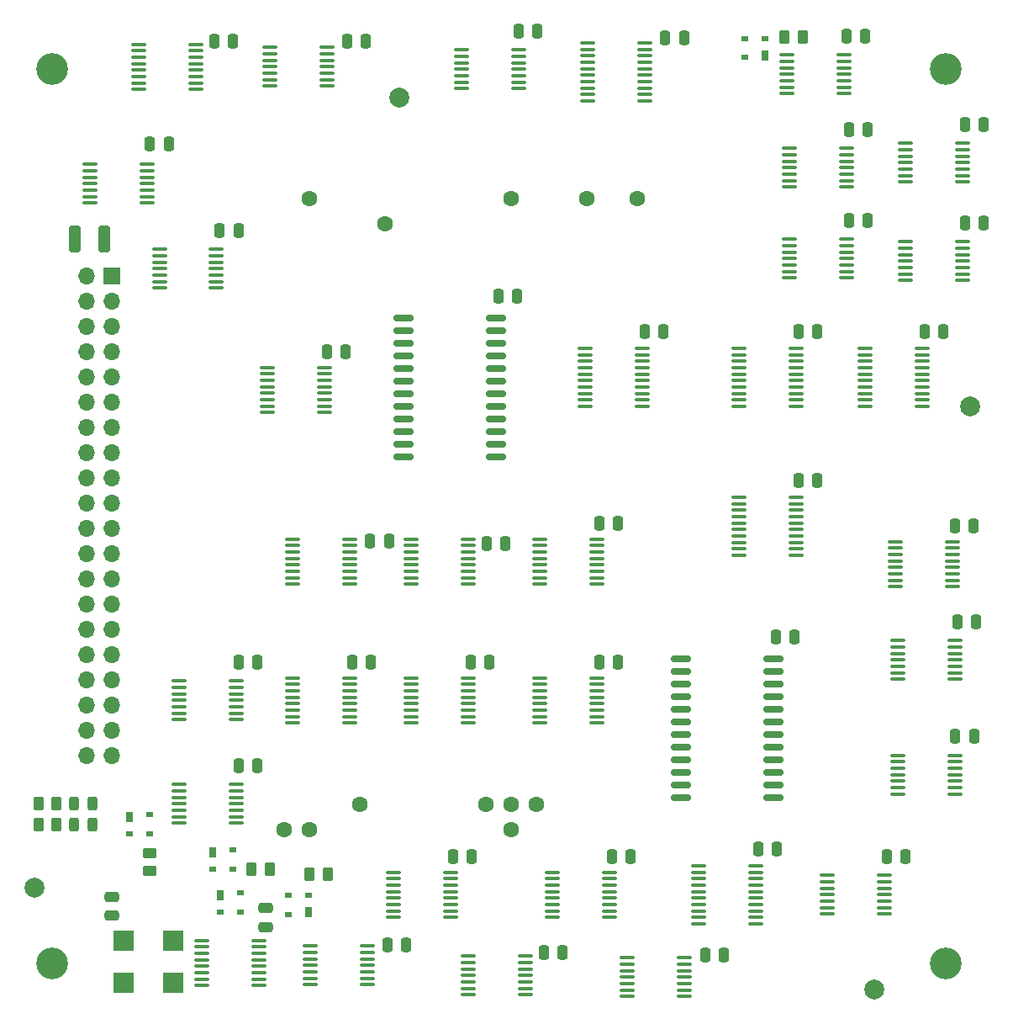
<source format=gbr>
%TF.GenerationSoftware,KiCad,Pcbnew,7.0.8*%
%TF.CreationDate,2023-11-02T18:43:55+01:00*%
%TF.ProjectId,eth,6574682e-6b69-4636-9164-5f7063625858,1*%
%TF.SameCoordinates,PX5f5e100PY7bfa480*%
%TF.FileFunction,Soldermask,Top*%
%TF.FilePolarity,Negative*%
%FSLAX46Y46*%
G04 Gerber Fmt 4.6, Leading zero omitted, Abs format (unit mm)*
G04 Created by KiCad (PCBNEW 7.0.8) date 2023-11-02 18:43:55*
%MOMM*%
%LPD*%
G01*
G04 APERTURE LIST*
G04 Aperture macros list*
%AMRoundRect*
0 Rectangle with rounded corners*
0 $1 Rounding radius*
0 $2 $3 $4 $5 $6 $7 $8 $9 X,Y pos of 4 corners*
0 Add a 4 corners polygon primitive as box body*
4,1,4,$2,$3,$4,$5,$6,$7,$8,$9,$2,$3,0*
0 Add four circle primitives for the rounded corners*
1,1,$1+$1,$2,$3*
1,1,$1+$1,$4,$5*
1,1,$1+$1,$6,$7*
1,1,$1+$1,$8,$9*
0 Add four rect primitives between the rounded corners*
20,1,$1+$1,$2,$3,$4,$5,0*
20,1,$1+$1,$4,$5,$6,$7,0*
20,1,$1+$1,$6,$7,$8,$9,0*
20,1,$1+$1,$8,$9,$2,$3,0*%
G04 Aperture macros list end*
%ADD10C,2.000000*%
%ADD11RoundRect,0.100000X-0.637500X-0.100000X0.637500X-0.100000X0.637500X0.100000X-0.637500X0.100000X0*%
%ADD12R,0.700000X1.000000*%
%ADD13R,0.700000X0.600000*%
%ADD14RoundRect,0.250000X-0.250000X-0.475000X0.250000X-0.475000X0.250000X0.475000X-0.250000X0.475000X0*%
%ADD15RoundRect,0.250000X-0.262500X-0.450000X0.262500X-0.450000X0.262500X0.450000X-0.262500X0.450000X0*%
%ADD16RoundRect,0.250000X0.450000X-0.262500X0.450000X0.262500X-0.450000X0.262500X-0.450000X-0.262500X0*%
%ADD17RoundRect,0.250000X0.325000X1.100000X-0.325000X1.100000X-0.325000X-1.100000X0.325000X-1.100000X0*%
%ADD18RoundRect,0.250000X0.475000X-0.250000X0.475000X0.250000X-0.475000X0.250000X-0.475000X-0.250000X0*%
%ADD19RoundRect,0.150000X-0.875000X-0.150000X0.875000X-0.150000X0.875000X0.150000X-0.875000X0.150000X0*%
%ADD20C,3.200000*%
%ADD21RoundRect,0.250000X0.262500X0.450000X-0.262500X0.450000X-0.262500X-0.450000X0.262500X-0.450000X0*%
%ADD22R,2.000000X2.000000*%
%ADD23RoundRect,0.243750X0.243750X0.456250X-0.243750X0.456250X-0.243750X-0.456250X0.243750X-0.456250X0*%
%ADD24C,1.600000*%
%ADD25R,1.700000X1.700000*%
%ADD26O,1.700000X1.700000*%
G04 APERTURE END LIST*
D10*
%TO.C,TP4*%
X87756800Y2339600D03*
%TD*%
%TO.C,TP3*%
X97408800Y61064400D03*
%TD*%
%TO.C,TP2*%
X39954000Y92103200D03*
%TD*%
%TO.C,TP1*%
X3174800Y12601200D03*
%TD*%
D11*
%TO.C,U12*%
X20073500Y7307000D03*
X20073500Y6657000D03*
X20073500Y6007000D03*
X20073500Y5357000D03*
X20073500Y4707000D03*
X20073500Y4057000D03*
X20073500Y3407000D03*
X20073500Y2757000D03*
X25798500Y2757000D03*
X25798500Y3407000D03*
X25798500Y4057000D03*
X25798500Y4707000D03*
X25798500Y5357000D03*
X25798500Y6007000D03*
X25798500Y6657000D03*
X25798500Y7307000D03*
%TD*%
D12*
%TO.C,D4*%
X21936000Y11878000D03*
D13*
X21936000Y10178000D03*
X23936000Y10178000D03*
X23936000Y12078000D03*
%TD*%
D12*
%TO.C,D3*%
X30794000Y10124000D03*
D13*
X30794000Y11824000D03*
X28794000Y11824000D03*
X28794000Y9924000D03*
%TD*%
D11*
%TO.C,U8*%
X46929000Y5712000D03*
X46929000Y5062000D03*
X46929000Y4412000D03*
X46929000Y3762000D03*
X46929000Y3112000D03*
X46929000Y2462000D03*
X46929000Y1812000D03*
X52654000Y1812000D03*
X52654000Y2462000D03*
X52654000Y3112000D03*
X52654000Y3762000D03*
X52654000Y4412000D03*
X52654000Y5062000D03*
X52654000Y5712000D03*
%TD*%
%TO.C,U3*%
X36720500Y6728000D03*
X36720500Y6078000D03*
X36720500Y5428000D03*
X36720500Y4778000D03*
X36720500Y4128000D03*
X36720500Y3478000D03*
X36720500Y2828000D03*
X30995500Y2828000D03*
X30995500Y3478000D03*
X30995500Y4128000D03*
X30995500Y4778000D03*
X30995500Y5428000D03*
X30995500Y6078000D03*
X30995500Y6728000D03*
%TD*%
%TO.C,U15*%
X29217500Y33723000D03*
X29217500Y33073000D03*
X29217500Y32423000D03*
X29217500Y31773000D03*
X29217500Y31123000D03*
X29217500Y30473000D03*
X29217500Y29823000D03*
X29217500Y29173000D03*
X34942500Y29173000D03*
X34942500Y29823000D03*
X34942500Y30473000D03*
X34942500Y31123000D03*
X34942500Y31773000D03*
X34942500Y32423000D03*
X34942500Y33073000D03*
X34942500Y33723000D03*
%TD*%
%TO.C,U29*%
X26931500Y97152000D03*
X26931500Y96502000D03*
X26931500Y95852000D03*
X26931500Y95202000D03*
X26931500Y94552000D03*
X26931500Y93902000D03*
X26931500Y93252000D03*
X32656500Y93252000D03*
X32656500Y93902000D03*
X32656500Y94552000D03*
X32656500Y95202000D03*
X32656500Y95852000D03*
X32656500Y96502000D03*
X32656500Y97152000D03*
%TD*%
D14*
%TO.C,C26*%
X95900000Y48974000D03*
X97800000Y48974000D03*
%TD*%
D15*
%TO.C,R3*%
X30913500Y13922000D03*
X32738500Y13922000D03*
%TD*%
D16*
%TO.C,R1*%
X14808000Y14279500D03*
X14808000Y16104500D03*
%TD*%
D14*
%TO.C,C8*%
X96916000Y89360000D03*
X98816000Y89360000D03*
%TD*%
%TO.C,C23*%
X47132000Y35258000D03*
X49032000Y35258000D03*
%TD*%
%TO.C,C2*%
X21325600Y97792800D03*
X23225600Y97792800D03*
%TD*%
D11*
%TO.C,U13*%
X29217500Y47693000D03*
X29217500Y47043000D03*
X29217500Y46393000D03*
X29217500Y45743000D03*
X29217500Y45093000D03*
X29217500Y44443000D03*
X29217500Y43793000D03*
X29217500Y43143000D03*
X34942500Y43143000D03*
X34942500Y43793000D03*
X34942500Y44443000D03*
X34942500Y45093000D03*
X34942500Y45743000D03*
X34942500Y46393000D03*
X34942500Y47043000D03*
X34942500Y47693000D03*
%TD*%
D17*
%TO.C,C1*%
X10237800Y77879200D03*
X7287800Y77879200D03*
%TD*%
D11*
%TO.C,U30*%
X13723500Y97477000D03*
X13723500Y96827000D03*
X13723500Y96177000D03*
X13723500Y95527000D03*
X13723500Y94877000D03*
X13723500Y94227000D03*
X13723500Y93577000D03*
X13723500Y92927000D03*
X19448500Y92927000D03*
X19448500Y93577000D03*
X19448500Y94227000D03*
X19448500Y94877000D03*
X19448500Y95527000D03*
X19448500Y96177000D03*
X19448500Y96827000D03*
X19448500Y97477000D03*
%TD*%
D14*
%TO.C,C5*%
X66740800Y98148400D03*
X68640800Y98148400D03*
%TD*%
D11*
%TO.C,U21*%
X58935500Y97619000D03*
X58935500Y96969000D03*
X58935500Y96319000D03*
X58935500Y95669000D03*
X58935500Y95019000D03*
X58935500Y94369000D03*
X58935500Y93719000D03*
X58935500Y93069000D03*
X58935500Y92419000D03*
X58935500Y91769000D03*
X64660500Y91769000D03*
X64660500Y92419000D03*
X64660500Y93069000D03*
X64660500Y93719000D03*
X64660500Y94369000D03*
X64660500Y95019000D03*
X64660500Y95669000D03*
X64660500Y96319000D03*
X64660500Y96969000D03*
X64660500Y97619000D03*
%TD*%
D14*
%TO.C,C17*%
X80152000Y53546000D03*
X82052000Y53546000D03*
%TD*%
%TO.C,C16*%
X92852000Y68532000D03*
X94752000Y68532000D03*
%TD*%
%TO.C,C35*%
X38750000Y6810000D03*
X40650000Y6810000D03*
%TD*%
%TO.C,C18*%
X60086000Y49228000D03*
X61986000Y49228000D03*
%TD*%
D11*
%TO.C,U18*%
X54109500Y47693000D03*
X54109500Y47043000D03*
X54109500Y46393000D03*
X54109500Y45743000D03*
X54109500Y45093000D03*
X54109500Y44443000D03*
X54109500Y43793000D03*
X54109500Y43143000D03*
X59834500Y43143000D03*
X59834500Y43793000D03*
X59834500Y44443000D03*
X59834500Y45093000D03*
X59834500Y45743000D03*
X59834500Y46393000D03*
X59834500Y47043000D03*
X59834500Y47693000D03*
%TD*%
D14*
%TO.C,C7*%
X85232000Y88852000D03*
X87132000Y88852000D03*
%TD*%
D11*
%TO.C,U4*%
X89923500Y47439000D03*
X89923500Y46789000D03*
X89923500Y46139000D03*
X89923500Y45489000D03*
X89923500Y44839000D03*
X89923500Y44189000D03*
X89923500Y43539000D03*
X89923500Y42889000D03*
X95648500Y42889000D03*
X95648500Y43539000D03*
X95648500Y44189000D03*
X95648500Y44839000D03*
X95648500Y45489000D03*
X95648500Y46139000D03*
X95648500Y46789000D03*
X95648500Y47439000D03*
%TD*%
%TO.C,U28*%
X55379500Y14165000D03*
X55379500Y13515000D03*
X55379500Y12865000D03*
X55379500Y12215000D03*
X55379500Y11565000D03*
X55379500Y10915000D03*
X55379500Y10265000D03*
X55379500Y9615000D03*
X61104500Y9615000D03*
X61104500Y10265000D03*
X61104500Y10915000D03*
X61104500Y11565000D03*
X61104500Y12215000D03*
X61104500Y12865000D03*
X61104500Y13515000D03*
X61104500Y14165000D03*
%TD*%
%TO.C,U11*%
X62931000Y5540000D03*
X62931000Y4890000D03*
X62931000Y4240000D03*
X62931000Y3590000D03*
X62931000Y2940000D03*
X62931000Y2290000D03*
X62931000Y1640000D03*
X68656000Y1640000D03*
X68656000Y2290000D03*
X68656000Y2940000D03*
X68656000Y3590000D03*
X68656000Y4240000D03*
X68656000Y4890000D03*
X68656000Y5540000D03*
%TD*%
%TO.C,U37*%
X14554000Y85386000D03*
X14554000Y84736000D03*
X14554000Y84086000D03*
X14554000Y83436000D03*
X14554000Y82786000D03*
X14554000Y82136000D03*
X14554000Y81486000D03*
X8829000Y81486000D03*
X8829000Y82136000D03*
X8829000Y82786000D03*
X8829000Y83436000D03*
X8829000Y84086000D03*
X8829000Y84736000D03*
X8829000Y85386000D03*
%TD*%
D14*
%TO.C,C33*%
X54498000Y6048000D03*
X56398000Y6048000D03*
%TD*%
D11*
%TO.C,U2*%
X17787500Y33398000D03*
X17787500Y32748000D03*
X17787500Y32098000D03*
X17787500Y31448000D03*
X17787500Y30798000D03*
X17787500Y30148000D03*
X17787500Y29498000D03*
X23512500Y29498000D03*
X23512500Y30148000D03*
X23512500Y30798000D03*
X23512500Y31448000D03*
X23512500Y32098000D03*
X23512500Y32748000D03*
X23512500Y33398000D03*
%TD*%
D14*
%TO.C,C22*%
X35194000Y35258000D03*
X37094000Y35258000D03*
%TD*%
%TO.C,C21*%
X23764000Y35258000D03*
X25664000Y35258000D03*
%TD*%
D11*
%TO.C,U26*%
X74175500Y66885000D03*
X74175500Y66235000D03*
X74175500Y65585000D03*
X74175500Y64935000D03*
X74175500Y64285000D03*
X74175500Y63635000D03*
X74175500Y62985000D03*
X74175500Y62335000D03*
X74175500Y61685000D03*
X74175500Y61035000D03*
X79900500Y61035000D03*
X79900500Y61685000D03*
X79900500Y62335000D03*
X79900500Y62985000D03*
X79900500Y63635000D03*
X79900500Y64285000D03*
X79900500Y64935000D03*
X79900500Y65585000D03*
X79900500Y66235000D03*
X79900500Y66885000D03*
%TD*%
%TO.C,U23*%
X74175500Y51899000D03*
X74175500Y51249000D03*
X74175500Y50599000D03*
X74175500Y49949000D03*
X74175500Y49299000D03*
X74175500Y48649000D03*
X74175500Y47999000D03*
X74175500Y47349000D03*
X74175500Y46699000D03*
X74175500Y46049000D03*
X79900500Y46049000D03*
X79900500Y46699000D03*
X79900500Y47349000D03*
X79900500Y47999000D03*
X79900500Y48649000D03*
X79900500Y49299000D03*
X79900500Y49949000D03*
X79900500Y50599000D03*
X79900500Y51249000D03*
X79900500Y51899000D03*
%TD*%
D14*
%TO.C,C30*%
X76088000Y16462000D03*
X77988000Y16462000D03*
%TD*%
%TO.C,C31*%
X70754000Y5794000D03*
X72654000Y5794000D03*
%TD*%
%TO.C,C29*%
X89042000Y15700000D03*
X90942000Y15700000D03*
%TD*%
%TO.C,C4*%
X51958000Y98758000D03*
X53858000Y98758000D03*
%TD*%
D11*
%TO.C,U6*%
X15806300Y76832000D03*
X15806300Y76182000D03*
X15806300Y75532000D03*
X15806300Y74882000D03*
X15806300Y74232000D03*
X15806300Y73582000D03*
X15806300Y72932000D03*
X21531300Y72932000D03*
X21531300Y73582000D03*
X21531300Y74232000D03*
X21531300Y74882000D03*
X21531300Y75532000D03*
X21531300Y76182000D03*
X21531300Y76832000D03*
%TD*%
%TO.C,U33*%
X79255500Y86992000D03*
X79255500Y86342000D03*
X79255500Y85692000D03*
X79255500Y85042000D03*
X79255500Y84392000D03*
X79255500Y83742000D03*
X79255500Y83092000D03*
X84980500Y83092000D03*
X84980500Y83742000D03*
X84980500Y84392000D03*
X84980500Y85042000D03*
X84980500Y85692000D03*
X84980500Y86342000D03*
X84980500Y86992000D03*
%TD*%
D18*
%TO.C,C38*%
X10998000Y9771600D03*
X10998000Y11671600D03*
%TD*%
D11*
%TO.C,U5*%
X90177500Y25930400D03*
X90177500Y25280400D03*
X90177500Y24630400D03*
X90177500Y23980400D03*
X90177500Y23330400D03*
X90177500Y22680400D03*
X90177500Y22030400D03*
X95902500Y22030400D03*
X95902500Y22680400D03*
X95902500Y23330400D03*
X95902500Y23980400D03*
X95902500Y24630400D03*
X95902500Y25280400D03*
X95902500Y25930400D03*
%TD*%
D19*
%TO.C,U22*%
X68324000Y35639000D03*
X68324000Y34369000D03*
X68324000Y33099000D03*
X68324000Y31829000D03*
X68324000Y30559000D03*
X68324000Y29289000D03*
X68324000Y28019000D03*
X68324000Y26749000D03*
X68324000Y25479000D03*
X68324000Y24209000D03*
X68324000Y22939000D03*
X68324000Y21669000D03*
X77624000Y21669000D03*
X77624000Y22939000D03*
X77624000Y24209000D03*
X77624000Y25479000D03*
X77624000Y26749000D03*
X77624000Y28019000D03*
X77624000Y29289000D03*
X77624000Y30559000D03*
X77624000Y31829000D03*
X77624000Y33099000D03*
X77624000Y34369000D03*
X77624000Y35639000D03*
%TD*%
D14*
%TO.C,C24*%
X60086000Y35258000D03*
X61986000Y35258000D03*
%TD*%
D11*
%TO.C,U17*%
X41155500Y33723000D03*
X41155500Y33073000D03*
X41155500Y32423000D03*
X41155500Y31773000D03*
X41155500Y31123000D03*
X41155500Y30473000D03*
X41155500Y29823000D03*
X41155500Y29173000D03*
X46880500Y29173000D03*
X46880500Y29823000D03*
X46880500Y30473000D03*
X46880500Y31123000D03*
X46880500Y31773000D03*
X46880500Y32423000D03*
X46880500Y33073000D03*
X46880500Y33723000D03*
%TD*%
D14*
%TO.C,C36*%
X23764000Y24844000D03*
X25664000Y24844000D03*
%TD*%
%TO.C,C6*%
X84978000Y98250000D03*
X86878000Y98250000D03*
%TD*%
%TO.C,C25*%
X77866000Y37798000D03*
X79766000Y37798000D03*
%TD*%
D11*
%TO.C,U19*%
X54109500Y33723000D03*
X54109500Y33073000D03*
X54109500Y32423000D03*
X54109500Y31773000D03*
X54109500Y31123000D03*
X54109500Y30473000D03*
X54109500Y29823000D03*
X54109500Y29173000D03*
X59834500Y29173000D03*
X59834500Y29823000D03*
X59834500Y30473000D03*
X59834500Y31123000D03*
X59834500Y31773000D03*
X59834500Y32423000D03*
X59834500Y33073000D03*
X59834500Y33723000D03*
%TD*%
D14*
%TO.C,C19*%
X48757600Y47246800D03*
X50657600Y47246800D03*
%TD*%
D18*
%TO.C,C37*%
X26492000Y8654000D03*
X26492000Y10554000D03*
%TD*%
D11*
%TO.C,U1*%
X17787500Y22984000D03*
X17787500Y22334000D03*
X17787500Y21684000D03*
X17787500Y21034000D03*
X17787500Y20384000D03*
X17787500Y19734000D03*
X17787500Y19084000D03*
X23512500Y19084000D03*
X23512500Y19734000D03*
X23512500Y20384000D03*
X23512500Y21034000D03*
X23512500Y21684000D03*
X23512500Y22334000D03*
X23512500Y22984000D03*
%TD*%
D14*
%TO.C,C20*%
X37022800Y47500800D03*
X38922800Y47500800D03*
%TD*%
D20*
%TO.C,H1*%
X5000000Y95000000D03*
%TD*%
D14*
%TO.C,C11*%
X95950800Y27841200D03*
X97850800Y27841200D03*
%TD*%
D21*
%TO.C,R5*%
X5458900Y21084800D03*
X3633900Y21084800D03*
%TD*%
D12*
%TO.C,D2*%
X21174000Y16196000D03*
D13*
X21174000Y14496000D03*
X23174000Y14496000D03*
X23174000Y16396000D03*
%TD*%
D22*
%TO.C,X1*%
X12206400Y3033600D03*
X17206400Y3033600D03*
X17206400Y7233600D03*
X12206400Y7233600D03*
%TD*%
D12*
%TO.C,D1*%
X12792000Y19752000D03*
D13*
X12792000Y18052000D03*
X14792000Y18052000D03*
X14792000Y19952000D03*
%TD*%
D11*
%TO.C,U16*%
X41155500Y47693000D03*
X41155500Y47043000D03*
X41155500Y46393000D03*
X41155500Y45743000D03*
X41155500Y45093000D03*
X41155500Y44443000D03*
X41155500Y43793000D03*
X41155500Y43143000D03*
X46880500Y43143000D03*
X46880500Y43793000D03*
X46880500Y44443000D03*
X46880500Y45093000D03*
X46880500Y45743000D03*
X46880500Y46393000D03*
X46880500Y47043000D03*
X46880500Y47693000D03*
%TD*%
D15*
%TO.C,R4*%
X3633900Y18951200D03*
X5458900Y18951200D03*
%TD*%
D14*
%TO.C,C27*%
X96154000Y39322000D03*
X98054000Y39322000D03*
%TD*%
%TO.C,C32*%
X61356000Y15700000D03*
X63256000Y15700000D03*
%TD*%
D23*
%TO.C,D6*%
X9067600Y18951200D03*
X7192600Y18951200D03*
%TD*%
D14*
%TO.C,C10*%
X85232000Y79708000D03*
X87132000Y79708000D03*
%TD*%
D11*
%TO.C,U32*%
X46235500Y96898000D03*
X46235500Y96248000D03*
X46235500Y95598000D03*
X46235500Y94948000D03*
X46235500Y94298000D03*
X46235500Y93648000D03*
X46235500Y92998000D03*
X51960500Y92998000D03*
X51960500Y93648000D03*
X51960500Y94298000D03*
X51960500Y94948000D03*
X51960500Y95598000D03*
X51960500Y96248000D03*
X51960500Y96898000D03*
%TD*%
%TO.C,U9*%
X83065500Y13840000D03*
X83065500Y13190000D03*
X83065500Y12540000D03*
X83065500Y11890000D03*
X83065500Y11240000D03*
X83065500Y10590000D03*
X83065500Y9940000D03*
X88790500Y9940000D03*
X88790500Y10590000D03*
X88790500Y11240000D03*
X88790500Y11890000D03*
X88790500Y12540000D03*
X88790500Y13190000D03*
X88790500Y13840000D03*
%TD*%
%TO.C,U27*%
X86875500Y66885000D03*
X86875500Y66235000D03*
X86875500Y65585000D03*
X86875500Y64935000D03*
X86875500Y64285000D03*
X86875500Y63635000D03*
X86875500Y62985000D03*
X86875500Y62335000D03*
X86875500Y61685000D03*
X86875500Y61035000D03*
X92600500Y61035000D03*
X92600500Y61685000D03*
X92600500Y62335000D03*
X92600500Y62985000D03*
X92600500Y63635000D03*
X92600500Y64285000D03*
X92600500Y64935000D03*
X92600500Y65585000D03*
X92600500Y66235000D03*
X92600500Y66885000D03*
%TD*%
D15*
%TO.C,R2*%
X25071500Y14430000D03*
X26896500Y14430000D03*
%TD*%
D11*
%TO.C,U35*%
X79255500Y77848000D03*
X79255500Y77198000D03*
X79255500Y76548000D03*
X79255500Y75898000D03*
X79255500Y75248000D03*
X79255500Y74598000D03*
X79255500Y73948000D03*
X84980500Y73948000D03*
X84980500Y74598000D03*
X84980500Y75248000D03*
X84980500Y75898000D03*
X84980500Y76548000D03*
X84980500Y77198000D03*
X84980500Y77848000D03*
%TD*%
%TO.C,U31*%
X26677500Y64965000D03*
X26677500Y64315000D03*
X26677500Y63665000D03*
X26677500Y63015000D03*
X26677500Y62365000D03*
X26677500Y61715000D03*
X26677500Y61065000D03*
X26677500Y60415000D03*
X32402500Y60415000D03*
X32402500Y61065000D03*
X32402500Y61715000D03*
X32402500Y62365000D03*
X32402500Y63015000D03*
X32402500Y63665000D03*
X32402500Y64315000D03*
X32402500Y64965000D03*
%TD*%
D20*
%TO.C,H3*%
X5000000Y5000000D03*
%TD*%
D11*
%TO.C,U34*%
X79001500Y96390000D03*
X79001500Y95740000D03*
X79001500Y95090000D03*
X79001500Y94440000D03*
X79001500Y93790000D03*
X79001500Y93140000D03*
X79001500Y92490000D03*
X84726500Y92490000D03*
X84726500Y93140000D03*
X84726500Y93790000D03*
X84726500Y94440000D03*
X84726500Y95090000D03*
X84726500Y95740000D03*
X84726500Y96390000D03*
%TD*%
%TO.C,U36*%
X90939500Y87500000D03*
X90939500Y86850000D03*
X90939500Y86200000D03*
X90939500Y85550000D03*
X90939500Y84900000D03*
X90939500Y84250000D03*
X90939500Y83600000D03*
X96664500Y83600000D03*
X96664500Y84250000D03*
X96664500Y84900000D03*
X96664500Y85550000D03*
X96664500Y86200000D03*
X96664500Y86850000D03*
X96664500Y87500000D03*
%TD*%
D23*
%TO.C,D5*%
X9067600Y21084800D03*
X7192600Y21084800D03*
%TD*%
D24*
%TO.C,J2*%
X48700000Y21000000D03*
X51240000Y18460000D03*
X36000000Y21000000D03*
X51240000Y21000000D03*
X53780000Y21000000D03*
X38540000Y79420000D03*
X51240000Y81960000D03*
X63940000Y81960000D03*
X58860000Y81960000D03*
X30920000Y81960000D03*
X28380000Y18460000D03*
X30920000Y18460000D03*
%TD*%
D14*
%TO.C,C9*%
X96916000Y79454000D03*
X98816000Y79454000D03*
%TD*%
%TO.C,C15*%
X80152000Y68532000D03*
X82052000Y68532000D03*
%TD*%
D11*
%TO.C,U24*%
X70111500Y14815000D03*
X70111500Y14165000D03*
X70111500Y13515000D03*
X70111500Y12865000D03*
X70111500Y12215000D03*
X70111500Y11565000D03*
X70111500Y10915000D03*
X70111500Y10265000D03*
X70111500Y9615000D03*
X70111500Y8965000D03*
X75836500Y8965000D03*
X75836500Y9615000D03*
X75836500Y10265000D03*
X75836500Y10915000D03*
X75836500Y11565000D03*
X75836500Y12215000D03*
X75836500Y12865000D03*
X75836500Y13515000D03*
X75836500Y14165000D03*
X75836500Y14815000D03*
%TD*%
D12*
%TO.C,D7*%
X76768000Y96331600D03*
D13*
X76768000Y98031600D03*
X74768000Y98031600D03*
X74768000Y96131600D03*
%TD*%
D11*
%TO.C,U10*%
X90939500Y77594000D03*
X90939500Y76944000D03*
X90939500Y76294000D03*
X90939500Y75644000D03*
X90939500Y74994000D03*
X90939500Y74344000D03*
X90939500Y73694000D03*
X96664500Y73694000D03*
X96664500Y74344000D03*
X96664500Y74994000D03*
X96664500Y75644000D03*
X96664500Y76294000D03*
X96664500Y76944000D03*
X96664500Y77594000D03*
%TD*%
D14*
%TO.C,C12*%
X49926000Y72088000D03*
X51826000Y72088000D03*
%TD*%
D11*
%TO.C,U14*%
X39377500Y14165000D03*
X39377500Y13515000D03*
X39377500Y12865000D03*
X39377500Y12215000D03*
X39377500Y11565000D03*
X39377500Y10915000D03*
X39377500Y10265000D03*
X39377500Y9615000D03*
X45102500Y9615000D03*
X45102500Y10265000D03*
X45102500Y10915000D03*
X45102500Y11565000D03*
X45102500Y12215000D03*
X45102500Y12865000D03*
X45102500Y13515000D03*
X45102500Y14165000D03*
%TD*%
D20*
%TO.C,H2*%
X95000000Y95000000D03*
%TD*%
D11*
%TO.C,U25*%
X58681500Y66885000D03*
X58681500Y66235000D03*
X58681500Y65585000D03*
X58681500Y64935000D03*
X58681500Y64285000D03*
X58681500Y63635000D03*
X58681500Y62985000D03*
X58681500Y62335000D03*
X58681500Y61685000D03*
X58681500Y61035000D03*
X64406500Y61035000D03*
X64406500Y61685000D03*
X64406500Y62335000D03*
X64406500Y62985000D03*
X64406500Y63635000D03*
X64406500Y64285000D03*
X64406500Y64935000D03*
X64406500Y65585000D03*
X64406500Y66235000D03*
X64406500Y66885000D03*
%TD*%
D20*
%TO.C,H4*%
X95000000Y5000000D03*
%TD*%
D19*
%TO.C,U20*%
X40384000Y69929000D03*
X40384000Y68659000D03*
X40384000Y67389000D03*
X40384000Y66119000D03*
X40384000Y64849000D03*
X40384000Y63579000D03*
X40384000Y62309000D03*
X40384000Y61039000D03*
X40384000Y59769000D03*
X40384000Y58499000D03*
X40384000Y57229000D03*
X40384000Y55959000D03*
X49684000Y55959000D03*
X49684000Y57229000D03*
X49684000Y58499000D03*
X49684000Y59769000D03*
X49684000Y61039000D03*
X49684000Y62309000D03*
X49684000Y63579000D03*
X49684000Y64849000D03*
X49684000Y66119000D03*
X49684000Y67389000D03*
X49684000Y68659000D03*
X49684000Y69929000D03*
%TD*%
D21*
%TO.C,R6*%
X80592100Y98199200D03*
X78767100Y98199200D03*
%TD*%
D14*
%TO.C,C28*%
X21851300Y78722000D03*
X23751300Y78722000D03*
%TD*%
%TO.C,C3*%
X34686000Y97792800D03*
X36586000Y97792800D03*
%TD*%
%TO.C,C39*%
X14823200Y87480400D03*
X16723200Y87480400D03*
%TD*%
%TO.C,C34*%
X45354000Y15700000D03*
X47254000Y15700000D03*
%TD*%
%TO.C,C13*%
X32654000Y66500000D03*
X34554000Y66500000D03*
%TD*%
D11*
%TO.C,U7*%
X90177500Y37462000D03*
X90177500Y36812000D03*
X90177500Y36162000D03*
X90177500Y35512000D03*
X90177500Y34862000D03*
X90177500Y34212000D03*
X90177500Y33562000D03*
X95902500Y33562000D03*
X95902500Y34212000D03*
X95902500Y34862000D03*
X95902500Y35512000D03*
X95902500Y36162000D03*
X95902500Y36812000D03*
X95902500Y37462000D03*
%TD*%
D14*
%TO.C,C14*%
X64658000Y68532000D03*
X66558000Y68532000D03*
%TD*%
D25*
%TO.C,J1*%
X11000000Y74130000D03*
D26*
X8460000Y74130000D03*
X11000000Y71590000D03*
X8460000Y71590000D03*
X11000000Y69050000D03*
X8460000Y69050000D03*
X11000000Y66510000D03*
X8460000Y66510000D03*
X11000000Y63970000D03*
X8460000Y63970000D03*
X11000000Y61430000D03*
X8460000Y61430000D03*
X11000000Y58890000D03*
X8460000Y58890000D03*
X11000000Y56350000D03*
X8460000Y56350000D03*
X11000000Y53810000D03*
X8460000Y53810000D03*
X11000000Y51270000D03*
X8460000Y51270000D03*
X11000000Y48730000D03*
X8460000Y48730000D03*
X11000000Y46190000D03*
X8460000Y46190000D03*
X11000000Y43650000D03*
X8460000Y43650000D03*
X11000000Y41110000D03*
X8460000Y41110000D03*
X11000000Y38570000D03*
X8460000Y38570000D03*
X11000000Y36030000D03*
X8460000Y36030000D03*
X11000000Y33490000D03*
X8460000Y33490000D03*
X11000000Y30950000D03*
X8460000Y30950000D03*
X11000000Y28410000D03*
X8460000Y28410000D03*
X11000000Y25870000D03*
X8460000Y25870000D03*
%TD*%
M02*

</source>
